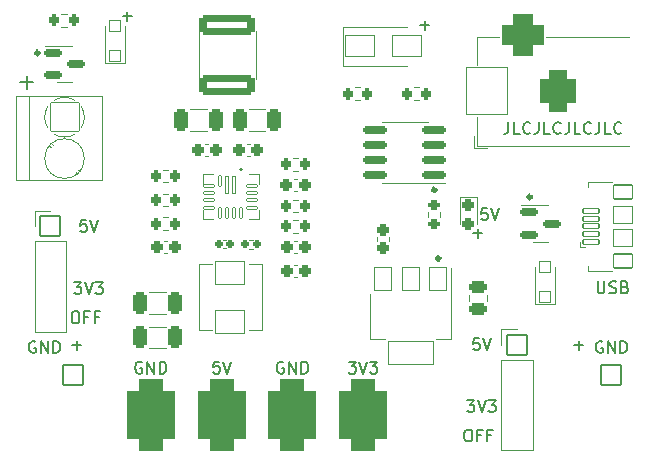
<source format=gbr>
G04 #@! TF.GenerationSoftware,KiCad,Pcbnew,(6.0.2)*
G04 #@! TF.CreationDate,2022-03-19T12:20:35+01:00*
G04 #@! TF.ProjectId,prova-buck,70726f76-612d-4627-9563-6b2e6b696361,rev?*
G04 #@! TF.SameCoordinates,Original*
G04 #@! TF.FileFunction,Legend,Top*
G04 #@! TF.FilePolarity,Positive*
%FSLAX46Y46*%
G04 Gerber Fmt 4.6, Leading zero omitted, Abs format (unit mm)*
G04 Created by KiCad (PCBNEW (6.0.2)) date 2022-03-19 12:20:35*
%MOMM*%
%LPD*%
G01*
G04 APERTURE LIST*
G04 Aperture macros list*
%AMRoundRect*
0 Rectangle with rounded corners*
0 $1 Rounding radius*
0 $2 $3 $4 $5 $6 $7 $8 $9 X,Y pos of 4 corners*
0 Add a 4 corners polygon primitive as box body*
4,1,4,$2,$3,$4,$5,$6,$7,$8,$9,$2,$3,0*
0 Add four circle primitives for the rounded corners*
1,1,$1+$1,$2,$3*
1,1,$1+$1,$4,$5*
1,1,$1+$1,$6,$7*
1,1,$1+$1,$8,$9*
0 Add four rect primitives between the rounded corners*
20,1,$1+$1,$2,$3,$4,$5,0*
20,1,$1+$1,$4,$5,$6,$7,0*
20,1,$1+$1,$6,$7,$8,$9,0*
20,1,$1+$1,$8,$9,$2,$3,0*%
%AMFreePoly0*
4,1,14,0.460355,0.185355,0.660355,-0.014645,0.675000,-0.050000,0.675000,-0.150000,0.660355,-0.185355,0.625000,-0.200000,-0.425000,-0.200000,-0.460355,-0.185355,-0.475000,-0.150000,-0.475000,0.150000,-0.460355,0.185355,-0.425000,0.200000,0.425000,0.200000,0.460355,0.185355,0.460355,0.185355,$1*%
G04 Aperture macros list end*
%ADD10C,0.160000*%
%ADD11C,0.310000*%
%ADD12C,0.120000*%
%ADD13C,0.650000*%
%ADD14RoundRect,0.300000X0.325000X0.650000X-0.325000X0.650000X-0.325000X-0.650000X0.325000X-0.650000X0*%
%ADD15RoundRect,0.275000X0.225000X0.250000X-0.225000X0.250000X-0.225000X-0.250000X0.225000X-0.250000X0*%
%ADD16RoundRect,0.275000X-0.225000X-0.250000X0.225000X-0.250000X0.225000X0.250000X-0.225000X0.250000X0*%
%ADD17RoundRect,0.190000X-0.140000X-0.170000X0.140000X-0.170000X0.140000X0.170000X-0.140000X0.170000X0*%
%ADD18RoundRect,0.050000X-1.200000X1.200000X-1.200000X-1.200000X1.200000X-1.200000X1.200000X1.200000X0*%
%ADD19C,2.500000*%
%ADD20RoundRect,0.050000X-1.250000X0.950000X-1.250000X-0.950000X1.250000X-0.950000X1.250000X0.950000X0*%
%ADD21RoundRect,0.250000X-0.200000X-0.275000X0.200000X-0.275000X0.200000X0.275000X-0.200000X0.275000X0*%
%ADD22RoundRect,0.250000X0.200000X0.275000X-0.200000X0.275000X-0.200000X-0.275000X0.200000X-0.275000X0*%
%ADD23RoundRect,0.300000X-0.325000X-0.650000X0.325000X-0.650000X0.325000X0.650000X-0.325000X0.650000X0*%
%ADD24C,0.296000*%
%ADD25RoundRect,0.200000X-0.587500X-0.150000X0.587500X-0.150000X0.587500X0.150000X-0.587500X0.150000X0*%
%ADD26RoundRect,0.050000X-0.850000X-0.850000X0.850000X-0.850000X0.850000X0.850000X-0.850000X0.850000X0*%
%ADD27O,1.800000X1.800000*%
%ADD28FreePoly0,270.000000*%
%ADD29RoundRect,0.050000X-0.100000X0.750000X-0.100000X-0.750000X0.100000X-0.750000X0.100000X0.750000X0*%
%ADD30RoundRect,0.050000X-0.100000X0.450000X-0.100000X-0.450000X0.100000X-0.450000X0.100000X0.450000X0*%
%ADD31RoundRect,0.050000X-0.450000X0.100000X-0.450000X-0.100000X0.450000X-0.100000X0.450000X0.100000X0*%
%ADD32RoundRect,0.050000X1.750000X2.000000X-1.750000X2.000000X-1.750000X-2.000000X1.750000X-2.000000X0*%
%ADD33RoundRect,0.800000X0.750000X1.000000X-0.750000X1.000000X-0.750000X-1.000000X0.750000X-1.000000X0*%
%ADD34RoundRect,0.925000X0.875000X0.875000X-0.875000X0.875000X-0.875000X-0.875000X0.875000X-0.875000X0*%
%ADD35RoundRect,0.050000X-1.250000X-0.900000X1.250000X-0.900000X1.250000X0.900000X-1.250000X0.900000X0*%
%ADD36RoundRect,0.268750X-0.256250X0.218750X-0.256250X-0.218750X0.256250X-0.218750X0.256250X0.218750X0*%
%ADD37RoundRect,0.050000X0.675000X-0.200000X0.675000X0.200000X-0.675000X0.200000X-0.675000X-0.200000X0*%
%ADD38O,1.050000X1.350000*%
%ADD39O,1.650000X0.990000*%
%ADD40RoundRect,0.050000X0.775000X-0.600000X0.775000X0.600000X-0.775000X0.600000X-0.775000X-0.600000X0*%
%ADD41RoundRect,0.050000X0.775000X-0.750000X0.775000X0.750000X-0.775000X0.750000X-0.775000X-0.750000X0*%
%ADD42RoundRect,0.050000X-0.750000X1.000000X-0.750000X-1.000000X0.750000X-1.000000X0.750000X1.000000X0*%
%ADD43RoundRect,0.050000X-1.900000X1.000000X-1.900000X-1.000000X1.900000X-1.000000X1.900000X1.000000X0*%
%ADD44RoundRect,0.250000X-0.275000X0.200000X-0.275000X-0.200000X0.275000X-0.200000X0.275000X0.200000X0*%
%ADD45RoundRect,0.050000X0.500000X-0.500000X0.500000X0.500000X-0.500000X0.500000X-0.500000X-0.500000X0*%
%ADD46RoundRect,1.050000X1.000000X2.000000X-1.000000X2.000000X-1.000000X-2.000000X1.000000X-2.000000X0*%
%ADD47RoundRect,1.050000X-1.000000X-2.000000X1.000000X-2.000000X1.000000X2.000000X-1.000000X2.000000X0*%
%ADD48RoundRect,0.185000X0.135000X0.185000X-0.135000X0.185000X-0.135000X-0.185000X0.135000X-0.185000X0*%
%ADD49RoundRect,0.300000X0.475000X-0.250000X0.475000X0.250000X-0.475000X0.250000X-0.475000X-0.250000X0*%
%ADD50RoundRect,0.320491X-2.029509X0.554509X-2.029509X-0.554509X2.029509X-0.554509X2.029509X0.554509X0*%
%ADD51RoundRect,0.200000X0.825000X0.150000X-0.825000X0.150000X-0.825000X-0.150000X0.825000X-0.150000X0*%
%ADD52RoundRect,0.275000X0.250000X-0.225000X0.250000X0.225000X-0.250000X0.225000X-0.250000X-0.225000X0*%
%ADD53RoundRect,0.050000X0.850000X0.850000X-0.850000X0.850000X-0.850000X-0.850000X0.850000X-0.850000X0*%
G04 APERTURE END LIST*
D10*
X136230000Y-89150000D02*
G75*
G03*
X136230000Y-89150000I-80000J0D01*
G01*
D11*
X119055000Y-79300000D02*
G75*
G03*
X119055000Y-79300000I-155000J0D01*
G01*
X160755000Y-91500000D02*
G75*
G03*
X160755000Y-91500000I-155000J0D01*
G01*
X153005000Y-96700000D02*
G75*
G03*
X153005000Y-96700000I-155000J0D01*
G01*
X152655000Y-90900000D02*
G75*
G03*
X152655000Y-90900000I-155000J0D01*
G01*
D10*
X127738095Y-105500000D02*
X127642857Y-105452380D01*
X127500000Y-105452380D01*
X127357142Y-105500000D01*
X127261904Y-105595238D01*
X127214285Y-105690476D01*
X127166666Y-105880952D01*
X127166666Y-106023809D01*
X127214285Y-106214285D01*
X127261904Y-106309523D01*
X127357142Y-106404761D01*
X127500000Y-106452380D01*
X127595238Y-106452380D01*
X127738095Y-106404761D01*
X127785714Y-106357142D01*
X127785714Y-106023809D01*
X127595238Y-106023809D01*
X128214285Y-106452380D02*
X128214285Y-105452380D01*
X128785714Y-106452380D01*
X128785714Y-105452380D01*
X129261904Y-106452380D02*
X129261904Y-105452380D01*
X129500000Y-105452380D01*
X129642857Y-105500000D01*
X129738095Y-105595238D01*
X129785714Y-105690476D01*
X129833333Y-105880952D01*
X129833333Y-106023809D01*
X129785714Y-106214285D01*
X129738095Y-106309523D01*
X129642857Y-106404761D01*
X129500000Y-106452380D01*
X129261904Y-106452380D01*
X126119047Y-76221428D02*
X126880952Y-76221428D01*
X126500000Y-76602380D02*
X126500000Y-75840476D01*
X122011904Y-98702380D02*
X122630952Y-98702380D01*
X122297619Y-99083333D01*
X122440476Y-99083333D01*
X122535714Y-99130952D01*
X122583333Y-99178571D01*
X122630952Y-99273809D01*
X122630952Y-99511904D01*
X122583333Y-99607142D01*
X122535714Y-99654761D01*
X122440476Y-99702380D01*
X122154761Y-99702380D01*
X122059523Y-99654761D01*
X122011904Y-99607142D01*
X122916666Y-98702380D02*
X123250000Y-99702380D01*
X123583333Y-98702380D01*
X123821428Y-98702380D02*
X124440476Y-98702380D01*
X124107142Y-99083333D01*
X124250000Y-99083333D01*
X124345238Y-99130952D01*
X124392857Y-99178571D01*
X124440476Y-99273809D01*
X124440476Y-99511904D01*
X124392857Y-99607142D01*
X124345238Y-99654761D01*
X124250000Y-99702380D01*
X123964285Y-99702380D01*
X123869047Y-99654761D01*
X123821428Y-99607142D01*
X139738095Y-105500000D02*
X139642857Y-105452380D01*
X139500000Y-105452380D01*
X139357142Y-105500000D01*
X139261904Y-105595238D01*
X139214285Y-105690476D01*
X139166666Y-105880952D01*
X139166666Y-106023809D01*
X139214285Y-106214285D01*
X139261904Y-106309523D01*
X139357142Y-106404761D01*
X139500000Y-106452380D01*
X139595238Y-106452380D01*
X139738095Y-106404761D01*
X139785714Y-106357142D01*
X139785714Y-106023809D01*
X139595238Y-106023809D01*
X140214285Y-106452380D02*
X140214285Y-105452380D01*
X140785714Y-106452380D01*
X140785714Y-105452380D01*
X141261904Y-106452380D02*
X141261904Y-105452380D01*
X141500000Y-105452380D01*
X141642857Y-105500000D01*
X141738095Y-105595238D01*
X141785714Y-105690476D01*
X141833333Y-105880952D01*
X141833333Y-106023809D01*
X141785714Y-106214285D01*
X141738095Y-106309523D01*
X141642857Y-106404761D01*
X141500000Y-106452380D01*
X141261904Y-106452380D01*
X151319047Y-76971428D02*
X152080952Y-76971428D01*
X151700000Y-77352380D02*
X151700000Y-76590476D01*
X157009523Y-92452380D02*
X156533333Y-92452380D01*
X156485714Y-92928571D01*
X156533333Y-92880952D01*
X156628571Y-92833333D01*
X156866666Y-92833333D01*
X156961904Y-92880952D01*
X157009523Y-92928571D01*
X157057142Y-93023809D01*
X157057142Y-93261904D01*
X157009523Y-93357142D01*
X156961904Y-93404761D01*
X156866666Y-93452380D01*
X156628571Y-93452380D01*
X156533333Y-93404761D01*
X156485714Y-93357142D01*
X157342857Y-92452380D02*
X157676190Y-93452380D01*
X158009523Y-92452380D01*
X118738095Y-103750000D02*
X118642857Y-103702380D01*
X118500000Y-103702380D01*
X118357142Y-103750000D01*
X118261904Y-103845238D01*
X118214285Y-103940476D01*
X118166666Y-104130952D01*
X118166666Y-104273809D01*
X118214285Y-104464285D01*
X118261904Y-104559523D01*
X118357142Y-104654761D01*
X118500000Y-104702380D01*
X118595238Y-104702380D01*
X118738095Y-104654761D01*
X118785714Y-104607142D01*
X118785714Y-104273809D01*
X118595238Y-104273809D01*
X119214285Y-104702380D02*
X119214285Y-103702380D01*
X119785714Y-104702380D01*
X119785714Y-103702380D01*
X120261904Y-104702380D02*
X120261904Y-103702380D01*
X120500000Y-103702380D01*
X120642857Y-103750000D01*
X120738095Y-103845238D01*
X120785714Y-103940476D01*
X120833333Y-104130952D01*
X120833333Y-104273809D01*
X120785714Y-104464285D01*
X120738095Y-104559523D01*
X120642857Y-104654761D01*
X120500000Y-104702380D01*
X120261904Y-104702380D01*
X166738095Y-103750000D02*
X166642857Y-103702380D01*
X166500000Y-103702380D01*
X166357142Y-103750000D01*
X166261904Y-103845238D01*
X166214285Y-103940476D01*
X166166666Y-104130952D01*
X166166666Y-104273809D01*
X166214285Y-104464285D01*
X166261904Y-104559523D01*
X166357142Y-104654761D01*
X166500000Y-104702380D01*
X166595238Y-104702380D01*
X166738095Y-104654761D01*
X166785714Y-104607142D01*
X166785714Y-104273809D01*
X166595238Y-104273809D01*
X167214285Y-104702380D02*
X167214285Y-103702380D01*
X167785714Y-104702380D01*
X167785714Y-103702380D01*
X168261904Y-104702380D02*
X168261904Y-103702380D01*
X168500000Y-103702380D01*
X168642857Y-103750000D01*
X168738095Y-103845238D01*
X168785714Y-103940476D01*
X168833333Y-104130952D01*
X168833333Y-104273809D01*
X168785714Y-104464285D01*
X168738095Y-104559523D01*
X168642857Y-104654761D01*
X168500000Y-104702380D01*
X168261904Y-104702380D01*
X155297619Y-111202380D02*
X155488095Y-111202380D01*
X155583333Y-111250000D01*
X155678571Y-111345238D01*
X155726190Y-111535714D01*
X155726190Y-111869047D01*
X155678571Y-112059523D01*
X155583333Y-112154761D01*
X155488095Y-112202380D01*
X155297619Y-112202380D01*
X155202380Y-112154761D01*
X155107142Y-112059523D01*
X155059523Y-111869047D01*
X155059523Y-111535714D01*
X155107142Y-111345238D01*
X155202380Y-111250000D01*
X155297619Y-111202380D01*
X156488095Y-111678571D02*
X156154761Y-111678571D01*
X156154761Y-112202380D02*
X156154761Y-111202380D01*
X156630952Y-111202380D01*
X157345238Y-111678571D02*
X157011904Y-111678571D01*
X157011904Y-112202380D02*
X157011904Y-111202380D01*
X157488095Y-111202380D01*
X155275249Y-108709409D02*
X155894297Y-108709409D01*
X155560964Y-109090362D01*
X155703821Y-109090362D01*
X155799059Y-109137981D01*
X155846678Y-109185600D01*
X155894297Y-109280838D01*
X155894297Y-109518933D01*
X155846678Y-109614171D01*
X155799059Y-109661790D01*
X155703821Y-109709409D01*
X155418106Y-109709409D01*
X155322868Y-109661790D01*
X155275249Y-109614171D01*
X156180011Y-108709409D02*
X156513345Y-109709409D01*
X156846678Y-108709409D01*
X157084773Y-108709409D02*
X157703821Y-108709409D01*
X157370487Y-109090362D01*
X157513345Y-109090362D01*
X157608583Y-109137981D01*
X157656202Y-109185600D01*
X157703821Y-109280838D01*
X157703821Y-109518933D01*
X157656202Y-109614171D01*
X157608583Y-109661790D01*
X157513345Y-109709409D01*
X157227630Y-109709409D01*
X157132392Y-109661790D01*
X157084773Y-109614171D01*
X164369047Y-104071428D02*
X165130952Y-104071428D01*
X164750000Y-104452380D02*
X164750000Y-103690476D01*
X166338095Y-98652380D02*
X166338095Y-99461904D01*
X166385714Y-99557142D01*
X166433333Y-99604761D01*
X166528571Y-99652380D01*
X166719047Y-99652380D01*
X166814285Y-99604761D01*
X166861904Y-99557142D01*
X166909523Y-99461904D01*
X166909523Y-98652380D01*
X167338095Y-99604761D02*
X167480952Y-99652380D01*
X167719047Y-99652380D01*
X167814285Y-99604761D01*
X167861904Y-99557142D01*
X167909523Y-99461904D01*
X167909523Y-99366666D01*
X167861904Y-99271428D01*
X167814285Y-99223809D01*
X167719047Y-99176190D01*
X167528571Y-99128571D01*
X167433333Y-99080952D01*
X167385714Y-99033333D01*
X167338095Y-98938095D01*
X167338095Y-98842857D01*
X167385714Y-98747619D01*
X167433333Y-98700000D01*
X167528571Y-98652380D01*
X167766666Y-98652380D01*
X167909523Y-98700000D01*
X168671428Y-99128571D02*
X168814285Y-99176190D01*
X168861904Y-99223809D01*
X168909523Y-99319047D01*
X168909523Y-99461904D01*
X168861904Y-99557142D01*
X168814285Y-99604761D01*
X168719047Y-99652380D01*
X168338095Y-99652380D01*
X168338095Y-98652380D01*
X168671428Y-98652380D01*
X168766666Y-98700000D01*
X168814285Y-98747619D01*
X168861904Y-98842857D01*
X168861904Y-98938095D01*
X168814285Y-99033333D01*
X168766666Y-99080952D01*
X168671428Y-99128571D01*
X168338095Y-99128571D01*
X122034274Y-101195351D02*
X122224750Y-101195351D01*
X122319988Y-101242971D01*
X122415226Y-101338209D01*
X122462845Y-101528685D01*
X122462845Y-101862018D01*
X122415226Y-102052494D01*
X122319988Y-102147732D01*
X122224750Y-102195351D01*
X122034274Y-102195351D01*
X121939035Y-102147732D01*
X121843797Y-102052494D01*
X121796178Y-101862018D01*
X121796178Y-101528685D01*
X121843797Y-101338209D01*
X121939035Y-101242971D01*
X122034274Y-101195351D01*
X123224750Y-101671542D02*
X122891416Y-101671542D01*
X122891416Y-102195351D02*
X122891416Y-101195351D01*
X123367607Y-101195351D01*
X124081893Y-101671542D02*
X123748559Y-101671542D01*
X123748559Y-102195351D02*
X123748559Y-101195351D01*
X124224750Y-101195351D01*
X117428571Y-81807142D02*
X118571428Y-81807142D01*
X118000000Y-82378571D02*
X118000000Y-81235714D01*
X134309523Y-105452380D02*
X133833333Y-105452380D01*
X133785714Y-105928571D01*
X133833333Y-105880952D01*
X133928571Y-105833333D01*
X134166666Y-105833333D01*
X134261904Y-105880952D01*
X134309523Y-105928571D01*
X134357142Y-106023809D01*
X134357142Y-106261904D01*
X134309523Y-106357142D01*
X134261904Y-106404761D01*
X134166666Y-106452380D01*
X133928571Y-106452380D01*
X133833333Y-106404761D01*
X133785714Y-106357142D01*
X134642857Y-105452380D02*
X134976190Y-106452380D01*
X135309523Y-105452380D01*
X123059523Y-93452380D02*
X122583333Y-93452380D01*
X122535714Y-93928571D01*
X122583333Y-93880952D01*
X122678571Y-93833333D01*
X122916666Y-93833333D01*
X123011904Y-93880952D01*
X123059523Y-93928571D01*
X123107142Y-94023809D01*
X123107142Y-94261904D01*
X123059523Y-94357142D01*
X123011904Y-94404761D01*
X122916666Y-94452380D01*
X122678571Y-94452380D01*
X122583333Y-94404761D01*
X122535714Y-94357142D01*
X123392857Y-93452380D02*
X123726190Y-94452380D01*
X124059523Y-93452380D01*
X121869047Y-104071428D02*
X122630952Y-104071428D01*
X122250000Y-104452380D02*
X122250000Y-103690476D01*
X145261904Y-105452380D02*
X145880952Y-105452380D01*
X145547619Y-105833333D01*
X145690476Y-105833333D01*
X145785714Y-105880952D01*
X145833333Y-105928571D01*
X145880952Y-106023809D01*
X145880952Y-106261904D01*
X145833333Y-106357142D01*
X145785714Y-106404761D01*
X145690476Y-106452380D01*
X145404761Y-106452380D01*
X145309523Y-106404761D01*
X145261904Y-106357142D01*
X146166666Y-105452380D02*
X146500000Y-106452380D01*
X146833333Y-105452380D01*
X147071428Y-105452380D02*
X147690476Y-105452380D01*
X147357142Y-105833333D01*
X147500000Y-105833333D01*
X147595238Y-105880952D01*
X147642857Y-105928571D01*
X147690476Y-106023809D01*
X147690476Y-106261904D01*
X147642857Y-106357142D01*
X147595238Y-106404761D01*
X147500000Y-106452380D01*
X147214285Y-106452380D01*
X147119047Y-106404761D01*
X147071428Y-106357142D01*
X156322868Y-103459409D02*
X155846678Y-103459409D01*
X155799059Y-103935600D01*
X155846678Y-103887981D01*
X155941916Y-103840362D01*
X156180011Y-103840362D01*
X156275249Y-103887981D01*
X156322868Y-103935600D01*
X156370487Y-104030838D01*
X156370487Y-104268933D01*
X156322868Y-104364171D01*
X156275249Y-104411790D01*
X156180011Y-104459409D01*
X155941916Y-104459409D01*
X155846678Y-104411790D01*
X155799059Y-104364171D01*
X156656202Y-103459409D02*
X156989535Y-104459409D01*
X157322868Y-103459409D01*
X155819047Y-94571428D02*
X156580952Y-94571428D01*
X156200000Y-94952380D02*
X156200000Y-94190476D01*
X158780952Y-85152380D02*
X158780952Y-85866666D01*
X158733333Y-86009523D01*
X158638095Y-86104761D01*
X158495238Y-86152380D01*
X158400000Y-86152380D01*
X159733333Y-86152380D02*
X159257142Y-86152380D01*
X159257142Y-85152380D01*
X160638095Y-86057142D02*
X160590476Y-86104761D01*
X160447619Y-86152380D01*
X160352380Y-86152380D01*
X160209523Y-86104761D01*
X160114285Y-86009523D01*
X160066666Y-85914285D01*
X160019047Y-85723809D01*
X160019047Y-85580952D01*
X160066666Y-85390476D01*
X160114285Y-85295238D01*
X160209523Y-85200000D01*
X160352380Y-85152380D01*
X160447619Y-85152380D01*
X160590476Y-85200000D01*
X160638095Y-85247619D01*
X161352380Y-85152380D02*
X161352380Y-85866666D01*
X161304761Y-86009523D01*
X161209523Y-86104761D01*
X161066666Y-86152380D01*
X160971428Y-86152380D01*
X162304761Y-86152380D02*
X161828571Y-86152380D01*
X161828571Y-85152380D01*
X163209523Y-86057142D02*
X163161904Y-86104761D01*
X163019047Y-86152380D01*
X162923809Y-86152380D01*
X162780952Y-86104761D01*
X162685714Y-86009523D01*
X162638095Y-85914285D01*
X162590476Y-85723809D01*
X162590476Y-85580952D01*
X162638095Y-85390476D01*
X162685714Y-85295238D01*
X162780952Y-85200000D01*
X162923809Y-85152380D01*
X163019047Y-85152380D01*
X163161904Y-85200000D01*
X163209523Y-85247619D01*
X163923809Y-85152380D02*
X163923809Y-85866666D01*
X163876190Y-86009523D01*
X163780952Y-86104761D01*
X163638095Y-86152380D01*
X163542857Y-86152380D01*
X164876190Y-86152380D02*
X164400000Y-86152380D01*
X164400000Y-85152380D01*
X165780952Y-86057142D02*
X165733333Y-86104761D01*
X165590476Y-86152380D01*
X165495238Y-86152380D01*
X165352380Y-86104761D01*
X165257142Y-86009523D01*
X165209523Y-85914285D01*
X165161904Y-85723809D01*
X165161904Y-85580952D01*
X165209523Y-85390476D01*
X165257142Y-85295238D01*
X165352380Y-85200000D01*
X165495238Y-85152380D01*
X165590476Y-85152380D01*
X165733333Y-85200000D01*
X165780952Y-85247619D01*
X166495238Y-85152380D02*
X166495238Y-85866666D01*
X166447619Y-86009523D01*
X166352380Y-86104761D01*
X166209523Y-86152380D01*
X166114285Y-86152380D01*
X167447619Y-86152380D02*
X166971428Y-86152380D01*
X166971428Y-85152380D01*
X168352380Y-86057142D02*
X168304761Y-86104761D01*
X168161904Y-86152380D01*
X168066666Y-86152380D01*
X167923809Y-86104761D01*
X167828571Y-86009523D01*
X167780952Y-85914285D01*
X167733333Y-85723809D01*
X167733333Y-85580952D01*
X167780952Y-85390476D01*
X167828571Y-85295238D01*
X167923809Y-85200000D01*
X168066666Y-85152380D01*
X168161904Y-85152380D01*
X168304761Y-85200000D01*
X168352380Y-85247619D01*
D12*
X133236252Y-84090000D02*
X131813748Y-84090000D01*
X133236252Y-85910000D02*
X131813748Y-85910000D01*
X140915580Y-98260000D02*
X140634420Y-98260000D01*
X140915580Y-97240000D02*
X140634420Y-97240000D01*
X136609420Y-88010000D02*
X136890580Y-88010000D01*
X136609420Y-86990000D02*
X136890580Y-86990000D01*
X133390580Y-88010000D02*
X133109420Y-88010000D01*
X133390580Y-86990000D02*
X133109420Y-86990000D01*
X134642164Y-95140000D02*
X134857836Y-95140000D01*
X134642164Y-95860000D02*
X134857836Y-95860000D01*
X129634420Y-96260000D02*
X129915580Y-96260000D01*
X129634420Y-95240000D02*
X129915580Y-95240000D01*
X140915580Y-96260000D02*
X140634420Y-96260000D01*
X140915580Y-95240000D02*
X140634420Y-95240000D01*
X140609420Y-91010000D02*
X140890580Y-91010000D01*
X140609420Y-89990000D02*
X140890580Y-89990000D01*
X129811252Y-101410000D02*
X128388748Y-101410000D01*
X129811252Y-99590000D02*
X128388748Y-99590000D01*
X129811252Y-102490000D02*
X128388748Y-102490000D01*
X129811252Y-104310000D02*
X128388748Y-104310000D01*
X124360000Y-82940000D02*
X117100000Y-82940000D01*
X120259000Y-87105000D02*
X120131000Y-86976000D01*
X122269000Y-89525000D02*
X122141000Y-89396000D01*
X124360000Y-82940000D02*
X124360000Y-90060000D01*
X118200000Y-82940000D02*
X118200000Y-90060000D01*
X117100000Y-82940000D02*
X117100000Y-90060000D01*
X122475000Y-89320000D02*
X122381000Y-89226000D01*
X124360000Y-90060000D02*
X117100000Y-90060000D01*
X120019000Y-87275000D02*
X119926000Y-87181000D01*
X120309000Y-86175000D02*
G75*
G03*
X122090193Y-86175504I891000J1425003D01*
G01*
X122640001Y-85616000D02*
G75*
G03*
X122625358Y-83860106I-1439999J866000D01*
G01*
X119760000Y-83884000D02*
G75*
G03*
X119519901Y-84778674I1440014J-866003D01*
G01*
X122066000Y-83309999D02*
G75*
G03*
X120310106Y-83324642I-866000J-1439999D01*
G01*
X119520000Y-84750000D02*
G75*
G03*
X119775279Y-85640264I1679990J-3D01*
G01*
X122880000Y-88250000D02*
G75*
G03*
X122880000Y-88250000I-1680000J0D01*
G01*
X132550000Y-97200000D02*
X133700000Y-97200000D01*
X137950000Y-97200000D02*
X136800000Y-97200000D01*
X137950000Y-102800000D02*
X136800000Y-102800000D01*
X132550000Y-97200000D02*
X132550000Y-102800000D01*
X132550000Y-102800000D02*
X133700000Y-102800000D01*
X137950000Y-97200000D02*
X137950000Y-102800000D01*
X129512742Y-90272500D02*
X129987258Y-90272500D01*
X129512742Y-89227500D02*
X129987258Y-89227500D01*
X129987258Y-92272500D02*
X129512742Y-92272500D01*
X129987258Y-91227500D02*
X129512742Y-91227500D01*
X140987258Y-89272500D02*
X140512742Y-89272500D01*
X140987258Y-88227500D02*
X140512742Y-88227500D01*
X140512742Y-92772500D02*
X140987258Y-92772500D01*
X140512742Y-91727500D02*
X140987258Y-91727500D01*
X129987258Y-94272500D02*
X129512742Y-94272500D01*
X129987258Y-93227500D02*
X129512742Y-93227500D01*
X136788748Y-85910000D02*
X138211252Y-85910000D01*
X136788748Y-84090000D02*
X138211252Y-84090000D01*
X140987258Y-93477500D02*
X140512742Y-93477500D01*
X140987258Y-94522500D02*
X140512742Y-94522500D01*
X121200000Y-81810000D02*
X120550000Y-81810000D01*
X121200000Y-78690000D02*
X121850000Y-78690000D01*
X121200000Y-78690000D02*
X119525000Y-78690000D01*
X121200000Y-81810000D02*
X121850000Y-81810000D01*
X118670000Y-92670000D02*
X120000000Y-92670000D01*
X121330000Y-95270000D02*
X121330000Y-102950000D01*
X118670000Y-95270000D02*
X121330000Y-95270000D01*
X118670000Y-95270000D02*
X118670000Y-102950000D01*
X118670000Y-94000000D02*
X118670000Y-92670000D01*
X118670000Y-102950000D02*
X121330000Y-102950000D01*
X146237258Y-83272500D02*
X145762742Y-83272500D01*
X146237258Y-82227500D02*
X145762742Y-82227500D01*
X137650000Y-89600000D02*
X137650000Y-90400000D01*
X132950000Y-89600000D02*
X133750000Y-89600000D01*
X137550000Y-89600000D02*
X136850000Y-89600000D01*
X132950000Y-93400000D02*
X133750000Y-93400000D01*
X132950000Y-92600000D02*
X132950000Y-93400000D01*
X137650000Y-93400000D02*
X137650000Y-92600000D01*
X137550000Y-89600000D02*
X137650000Y-89600000D01*
X136850000Y-93400000D02*
X137650000Y-93400000D01*
X132950000Y-90400000D02*
X132950000Y-89600000D01*
X156100000Y-87150000D02*
X156100000Y-84750000D01*
X155900000Y-86300000D02*
X155900000Y-87350000D01*
X156950000Y-87350000D02*
X155900000Y-87350000D01*
X169000000Y-87150000D02*
X156100000Y-87150000D01*
X162000000Y-77950000D02*
X169000000Y-77950000D01*
X156100000Y-77950000D02*
X158000000Y-77950000D01*
X156100000Y-80350000D02*
X156100000Y-77950000D01*
X120937742Y-76027500D02*
X121412258Y-76027500D01*
X120937742Y-77072500D02*
X121412258Y-77072500D01*
X144800000Y-77100000D02*
X144800000Y-80400000D01*
X144800000Y-80400000D02*
X150200000Y-80400000D01*
X144800000Y-77100000D02*
X150200000Y-77100000D01*
X154665000Y-91515000D02*
X154665000Y-93800000D01*
X156135000Y-93800000D02*
X156135000Y-91515000D01*
X156135000Y-91515000D02*
X154665000Y-91515000D01*
X167520000Y-97760000D02*
X165540000Y-97760000D01*
X164860000Y-95310000D02*
X164860000Y-95760000D01*
X167520000Y-90240000D02*
X165540000Y-90240000D01*
X165540000Y-90240000D02*
X165540000Y-90660000D01*
X165310000Y-95760000D02*
X164860000Y-95760000D01*
X165540000Y-97760000D02*
X165540000Y-97340000D01*
X158170000Y-104000000D02*
X158170000Y-102670000D01*
X158170000Y-105270000D02*
X160830000Y-105270000D01*
X158170000Y-105270000D02*
X158170000Y-112950000D01*
X158170000Y-112950000D02*
X160830000Y-112950000D01*
X160830000Y-105270000D02*
X160830000Y-112950000D01*
X158170000Y-102670000D02*
X159500000Y-102670000D01*
X153910000Y-103510000D02*
X152650000Y-103510000D01*
X147090000Y-99750000D02*
X147090000Y-103510000D01*
X153910000Y-97500000D02*
X153910000Y-103510000D01*
X147090000Y-103510000D02*
X148350000Y-103510000D01*
X151237258Y-83272500D02*
X150762742Y-83272500D01*
X151237258Y-82227500D02*
X150762742Y-82227500D01*
X153022500Y-92762742D02*
X153022500Y-93237258D01*
X151977500Y-92762742D02*
X151977500Y-93237258D01*
X162750000Y-100600000D02*
X162750000Y-97450000D01*
X161050000Y-100600000D02*
X161050000Y-97450000D01*
X161050000Y-100600000D02*
X162750000Y-100600000D01*
X137153641Y-95120000D02*
X136846359Y-95120000D01*
X137153641Y-95880000D02*
X136846359Y-95880000D01*
X161500000Y-95310000D02*
X160850000Y-95310000D01*
X161500000Y-92190000D02*
X162150000Y-92190000D01*
X161500000Y-92190000D02*
X159825000Y-92190000D01*
X161500000Y-95310000D02*
X162150000Y-95310000D01*
X124650000Y-80200000D02*
X126350000Y-80200000D01*
X126350000Y-80200000D02*
X126350000Y-77050000D01*
X124650000Y-80200000D02*
X124650000Y-77050000D01*
X155465000Y-100311252D02*
X155465000Y-99788748D01*
X156935000Y-100311252D02*
X156935000Y-99788748D01*
X137375000Y-77447936D02*
X137375000Y-81552064D01*
X132625000Y-77447936D02*
X132625000Y-81552064D01*
X150000000Y-90310000D02*
X153450000Y-90310000D01*
X150000000Y-90310000D02*
X148050000Y-90310000D01*
X150000000Y-85190000D02*
X148050000Y-85190000D01*
X150000000Y-85190000D02*
X151950000Y-85190000D01*
X147690000Y-95190580D02*
X147690000Y-94909420D01*
X148710000Y-95190580D02*
X148710000Y-94909420D01*
%LPC*%
D13*
X162575000Y-111760000D02*
G75*
G03*
X162575000Y-111760000I-325000J0D01*
G01*
X124925000Y-111700000D02*
G75*
G03*
X124925000Y-111700000I-325000J0D01*
G01*
X168125000Y-79100000D02*
G75*
G03*
X168125000Y-79100000I-325000J0D01*
G01*
D14*
X134000000Y-85000000D03*
X131050000Y-85000000D03*
D15*
X141550000Y-97750000D03*
X140000000Y-97750000D03*
D16*
X135975000Y-87500000D03*
X137525000Y-87500000D03*
D15*
X134025000Y-87500000D03*
X132475000Y-87500000D03*
D17*
X134270000Y-95500000D03*
X135230000Y-95500000D03*
D16*
X129000000Y-95750000D03*
X130550000Y-95750000D03*
D15*
X141550000Y-95750000D03*
X140000000Y-95750000D03*
D16*
X139975000Y-90500000D03*
X141525000Y-90500000D03*
D14*
X130575000Y-100500000D03*
X127625000Y-100500000D03*
X130575000Y-103400000D03*
X127625000Y-103400000D03*
D18*
X121200000Y-84750000D03*
D19*
X121200000Y-88250000D03*
D20*
X135250000Y-97950000D03*
X135250000Y-102050000D03*
D21*
X128925000Y-89750000D03*
X130575000Y-89750000D03*
D22*
X130575000Y-91750000D03*
X128925000Y-91750000D03*
X141575000Y-88750000D03*
X139925000Y-88750000D03*
D21*
X139925000Y-92250000D03*
X141575000Y-92250000D03*
D22*
X130575000Y-93750000D03*
X128925000Y-93750000D03*
D23*
X136025000Y-85000000D03*
X138975000Y-85000000D03*
D22*
X141575000Y-94000000D03*
X139925000Y-94000000D03*
D24*
X162250000Y-111760000D03*
D25*
X120262500Y-79300000D03*
X120262500Y-81200000D03*
X122137500Y-80250000D03*
D26*
X120000000Y-94000000D03*
D27*
X120000000Y-96540000D03*
X120000000Y-99080000D03*
X120000000Y-101620000D03*
D22*
X146825000Y-82750000D03*
X145175000Y-82750000D03*
D28*
X136150000Y-90125000D03*
D29*
X135550000Y-90450000D03*
X134950000Y-90450000D03*
D30*
X134350000Y-90150000D03*
D31*
X133400000Y-90600000D03*
X133400000Y-91200000D03*
X133400000Y-91800000D03*
X133400000Y-92400000D03*
D30*
X134350000Y-92850000D03*
X134950000Y-92850000D03*
X135550000Y-92850000D03*
X136150000Y-92850000D03*
D31*
X137100000Y-92400000D03*
X137100000Y-91800000D03*
X137100000Y-91200000D03*
X137100000Y-90600000D03*
D32*
X157000000Y-82550000D03*
D33*
X163000000Y-82550000D03*
D34*
X160000000Y-77750000D03*
D21*
X120350000Y-76550000D03*
X122000000Y-76550000D03*
D35*
X146200000Y-78750000D03*
X150200000Y-78750000D03*
D36*
X155400000Y-92212500D03*
X155400000Y-93787500D03*
D37*
X165800000Y-95300000D03*
X165800000Y-94650000D03*
X165800000Y-94000000D03*
X165800000Y-93350000D03*
X165800000Y-92700000D03*
D38*
X165800000Y-91500000D03*
X165800000Y-96500000D03*
D39*
X168500000Y-97500000D03*
D40*
X168500000Y-96900000D03*
D39*
X168500000Y-90500000D03*
D40*
X168500000Y-91100000D03*
D41*
X168500000Y-95000000D03*
X168500000Y-93000000D03*
D26*
X159500000Y-104000000D03*
D27*
X159500000Y-106540000D03*
X159500000Y-109080000D03*
X159500000Y-111620000D03*
D42*
X152800000Y-98450000D03*
X150500000Y-98450000D03*
D43*
X150500000Y-104750000D03*
D42*
X148200000Y-98450000D03*
D24*
X124600000Y-111700000D03*
D22*
X151825000Y-82750000D03*
X150175000Y-82750000D03*
D44*
X152500000Y-92175000D03*
X152500000Y-93825000D03*
D45*
X161900000Y-99950000D03*
X161900000Y-97450000D03*
D46*
X146500000Y-110000000D03*
D47*
X140500000Y-110000000D03*
D46*
X134500000Y-110000000D03*
D47*
X128500000Y-110000000D03*
D48*
X137510000Y-95500000D03*
X136490000Y-95500000D03*
D25*
X160562500Y-92800000D03*
X160562500Y-94700000D03*
X162437500Y-93750000D03*
D45*
X125500000Y-79550000D03*
X125500000Y-77050000D03*
D49*
X156200000Y-101000000D03*
X156200000Y-99100000D03*
D50*
X135000000Y-76975000D03*
X135000000Y-82025000D03*
D24*
X167800000Y-79100000D03*
D51*
X152475000Y-89655000D03*
X152475000Y-88385000D03*
X152475000Y-87115000D03*
X152475000Y-85845000D03*
X147525000Y-85845000D03*
X147525000Y-87115000D03*
X147525000Y-88385000D03*
X147525000Y-89655000D03*
D52*
X148200000Y-95825000D03*
X148200000Y-94275000D03*
D53*
X167500000Y-106580000D03*
D27*
X164960000Y-106580000D03*
X167500000Y-109120000D03*
X164960000Y-109120000D03*
X167500000Y-111660000D03*
X164960000Y-111660000D03*
D53*
X121960000Y-106580000D03*
D27*
X119420000Y-106580000D03*
X121960000Y-109120000D03*
X119420000Y-109120000D03*
X121960000Y-111660000D03*
X119420000Y-111660000D03*
M02*

</source>
